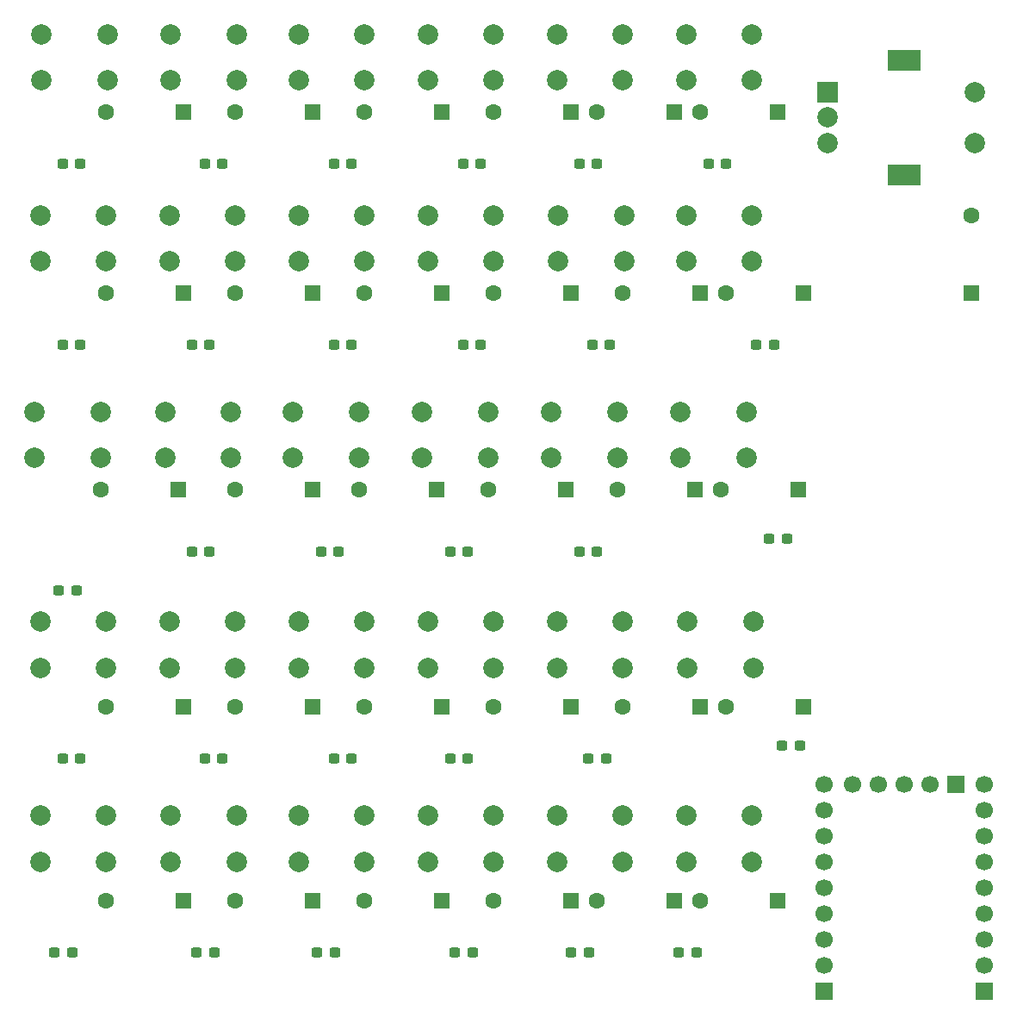
<source format=gbr>
%TF.GenerationSoftware,KiCad,Pcbnew,9.0.7*%
%TF.CreationDate,2026-02-20T03:41:17+09:00*%
%TF.ProjectId,YmmKeyboardMX,596d6d4b-6579-4626-9f61-72644d582e6b,rev?*%
%TF.SameCoordinates,Original*%
%TF.FileFunction,Soldermask,Bot*%
%TF.FilePolarity,Negative*%
%FSLAX46Y46*%
G04 Gerber Fmt 4.6, Leading zero omitted, Abs format (unit mm)*
G04 Created by KiCad (PCBNEW 9.0.7) date 2026-02-20 03:41:17*
%MOMM*%
%LPD*%
G01*
G04 APERTURE LIST*
G04 Aperture macros list*
%AMRoundRect*
0 Rectangle with rounded corners*
0 $1 Rounding radius*
0 $2 $3 $4 $5 $6 $7 $8 $9 X,Y pos of 4 corners*
0 Add a 4 corners polygon primitive as box body*
4,1,4,$2,$3,$4,$5,$6,$7,$8,$9,$2,$3,0*
0 Add four circle primitives for the rounded corners*
1,1,$1+$1,$2,$3*
1,1,$1+$1,$4,$5*
1,1,$1+$1,$6,$7*
1,1,$1+$1,$8,$9*
0 Add four rect primitives between the rounded corners*
20,1,$1+$1,$2,$3,$4,$5,0*
20,1,$1+$1,$4,$5,$6,$7,0*
20,1,$1+$1,$6,$7,$8,$9,0*
20,1,$1+$1,$8,$9,$2,$3,0*%
G04 Aperture macros list end*
%ADD10RoundRect,0.250000X0.550000X0.550000X-0.550000X0.550000X-0.550000X-0.550000X0.550000X-0.550000X0*%
%ADD11C,1.600000*%
%ADD12C,2.000000*%
%ADD13RoundRect,0.250000X0.550000X-0.550000X0.550000X0.550000X-0.550000X0.550000X-0.550000X-0.550000X0*%
%ADD14R,2.000000X2.000000*%
%ADD15R,3.200000X2.000000*%
%ADD16R,1.700000X1.700000*%
%ADD17C,1.700000*%
%ADD18RoundRect,0.237500X0.300000X0.237500X-0.300000X0.237500X-0.300000X-0.237500X0.300000X-0.237500X0*%
G04 APERTURE END LIST*
D10*
%TO.C,D5*%
X185420000Y-35560000D03*
D11*
X177800000Y-35560000D03*
%TD*%
D10*
%TO.C,D19*%
X207720000Y-72680000D03*
D11*
X200100000Y-72680000D03*
%TD*%
D12*
%TO.C,SW18*%
X183440000Y-65060000D03*
X189940000Y-65060000D03*
X183440000Y-69560000D03*
X189940000Y-69560000D03*
%TD*%
D10*
%TO.C,D31*%
X205740000Y-113030000D03*
D11*
X198120000Y-113030000D03*
%TD*%
D12*
%TO.C,SW19*%
X196140000Y-65060000D03*
X202640000Y-65060000D03*
X196140000Y-69560000D03*
X202640000Y-69560000D03*
%TD*%
%TO.C,SW31*%
X196700000Y-104720000D03*
X203200000Y-104720000D03*
X196700000Y-109220000D03*
X203200000Y-109220000D03*
%TD*%
D10*
%TO.C,D3*%
X160020000Y-35560000D03*
D11*
X152400000Y-35560000D03*
%TD*%
D10*
%TO.C,D18*%
X197560000Y-72680000D03*
D11*
X189940000Y-72680000D03*
%TD*%
D10*
%TO.C,D26*%
X147320000Y-113030000D03*
D11*
X139700000Y-113030000D03*
%TD*%
D12*
%TO.C,SW7*%
X196700000Y-27940000D03*
X203200000Y-27940000D03*
X196700000Y-32440000D03*
X203200000Y-32440000D03*
%TD*%
D10*
%TO.C,D6*%
X195580000Y-35560000D03*
D11*
X187960000Y-35560000D03*
%TD*%
D10*
%TO.C,D27*%
X160020000Y-113030000D03*
D11*
X152400000Y-113030000D03*
%TD*%
D10*
%TO.C,D15*%
X160020000Y-72680000D03*
D11*
X152400000Y-72680000D03*
%TD*%
D12*
%TO.C,SW22*%
X158600000Y-85670000D03*
X165100000Y-85670000D03*
X158600000Y-90170000D03*
X165100000Y-90170000D03*
%TD*%
%TO.C,SW29*%
X171300000Y-104720000D03*
X177800000Y-104720000D03*
X171300000Y-109220000D03*
X177800000Y-109220000D03*
%TD*%
D10*
%TO.C,D28*%
X172720000Y-113030000D03*
D11*
X165100000Y-113030000D03*
%TD*%
D12*
%TO.C,SW4*%
X158600000Y-27940000D03*
X165100000Y-27940000D03*
X158600000Y-32440000D03*
X165100000Y-32440000D03*
%TD*%
D10*
%TO.C,D13*%
X208280000Y-53340000D03*
D11*
X200660000Y-53340000D03*
%TD*%
D12*
%TO.C,SW16*%
X158040000Y-65060000D03*
X164540000Y-65060000D03*
X158040000Y-69560000D03*
X164540000Y-69560000D03*
%TD*%
D10*
%TO.C,D8*%
X147320000Y-53340000D03*
D11*
X139700000Y-53340000D03*
%TD*%
D10*
%TO.C,D4*%
X172720000Y-35560000D03*
D11*
X165100000Y-35560000D03*
%TD*%
D10*
%TO.C,D16*%
X172160000Y-72680000D03*
D11*
X164540000Y-72680000D03*
%TD*%
D10*
%TO.C,D11*%
X185420000Y-53340000D03*
D11*
X177800000Y-53340000D03*
%TD*%
D12*
%TO.C,SW27*%
X146050000Y-104720000D03*
X152550000Y-104720000D03*
X146050000Y-109220000D03*
X152550000Y-109220000D03*
%TD*%
%TO.C,SW24*%
X184000000Y-85670000D03*
X190500000Y-85670000D03*
X184000000Y-90170000D03*
X190500000Y-90170000D03*
%TD*%
D10*
%TO.C,D25*%
X208280000Y-93980000D03*
D11*
X200660000Y-93980000D03*
%TD*%
D12*
%TO.C,SW10*%
X158600000Y-45720000D03*
X165100000Y-45720000D03*
X158600000Y-50220000D03*
X165100000Y-50220000D03*
%TD*%
%TO.C,SW8*%
X133200000Y-45720000D03*
X139700000Y-45720000D03*
X133200000Y-50220000D03*
X139700000Y-50220000D03*
%TD*%
%TO.C,SW6*%
X184000000Y-27940000D03*
X190500000Y-27940000D03*
X184000000Y-32440000D03*
X190500000Y-32440000D03*
%TD*%
D10*
%TO.C,D2*%
X147320000Y-35560000D03*
D11*
X139700000Y-35560000D03*
%TD*%
D12*
%TO.C,SW28*%
X158600000Y-104720000D03*
X165100000Y-104720000D03*
X158600000Y-109220000D03*
X165100000Y-109220000D03*
%TD*%
D10*
%TO.C,D9*%
X160020000Y-53340000D03*
D11*
X152400000Y-53340000D03*
%TD*%
D10*
%TO.C,D12*%
X198120000Y-53340000D03*
D11*
X190500000Y-53340000D03*
%TD*%
D12*
%TO.C,SW9*%
X145900000Y-45720000D03*
X152400000Y-45720000D03*
X145900000Y-50220000D03*
X152400000Y-50220000D03*
%TD*%
D10*
%TO.C,D17*%
X184860000Y-72680000D03*
D11*
X177240000Y-72680000D03*
%TD*%
D10*
%TO.C,D29*%
X185420000Y-113030000D03*
D11*
X177800000Y-113030000D03*
%TD*%
D10*
%TO.C,D30*%
X195580000Y-113030000D03*
D11*
X187960000Y-113030000D03*
%TD*%
D13*
%TO.C,D32*%
X224790000Y-53340000D03*
D11*
X224790000Y-45720000D03*
%TD*%
D12*
%TO.C,SW25*%
X196850000Y-85670000D03*
X203350000Y-85670000D03*
X196850000Y-90170000D03*
X203350000Y-90170000D03*
%TD*%
D10*
%TO.C,D22*%
X172720000Y-93980000D03*
D11*
X165100000Y-93980000D03*
%TD*%
D14*
%TO.C,SW32*%
X210640000Y-33640000D03*
D12*
X210640000Y-38640000D03*
X210640000Y-36140000D03*
D15*
X218140000Y-30540000D03*
X218140000Y-41740000D03*
D12*
X225140000Y-38640000D03*
X225140000Y-33640000D03*
%TD*%
%TO.C,SW3*%
X146050000Y-27940000D03*
X152550000Y-27940000D03*
X146050000Y-32440000D03*
X152550000Y-32440000D03*
%TD*%
%TO.C,SW13*%
X196700000Y-45720000D03*
X203200000Y-45720000D03*
X196700000Y-50220000D03*
X203200000Y-50220000D03*
%TD*%
%TO.C,SW14*%
X132640000Y-65060000D03*
X139140000Y-65060000D03*
X132640000Y-69560000D03*
X139140000Y-69560000D03*
%TD*%
%TO.C,SW30*%
X184000000Y-104720000D03*
X190500000Y-104720000D03*
X184000000Y-109220000D03*
X190500000Y-109220000D03*
%TD*%
%TO.C,SW11*%
X171300000Y-45720000D03*
X177800000Y-45720000D03*
X171300000Y-50220000D03*
X177800000Y-50220000D03*
%TD*%
%TO.C,SW12*%
X184150000Y-45720000D03*
X190650000Y-45720000D03*
X184150000Y-50220000D03*
X190650000Y-50220000D03*
%TD*%
%TO.C,SW21*%
X145900000Y-85670000D03*
X152400000Y-85670000D03*
X145900000Y-90170000D03*
X152400000Y-90170000D03*
%TD*%
D10*
%TO.C,D20*%
X147320000Y-93980000D03*
D11*
X139700000Y-93980000D03*
%TD*%
D10*
%TO.C,D21*%
X160020000Y-93980000D03*
D11*
X152400000Y-93980000D03*
%TD*%
D12*
%TO.C,SW17*%
X170740000Y-65060000D03*
X177240000Y-65060000D03*
X170740000Y-69560000D03*
X177240000Y-69560000D03*
%TD*%
D10*
%TO.C,D14*%
X146760000Y-72680000D03*
D11*
X139140000Y-72680000D03*
%TD*%
D12*
%TO.C,SW15*%
X145490000Y-65060000D03*
X151990000Y-65060000D03*
X145490000Y-69560000D03*
X151990000Y-69560000D03*
%TD*%
%TO.C,SW23*%
X171300000Y-85670000D03*
X177800000Y-85670000D03*
X171300000Y-90170000D03*
X177800000Y-90170000D03*
%TD*%
D10*
%TO.C,D24*%
X198120000Y-93980000D03*
D11*
X190500000Y-93980000D03*
%TD*%
D10*
%TO.C,D10*%
X172720000Y-53340000D03*
D11*
X165100000Y-53340000D03*
%TD*%
D12*
%TO.C,SW20*%
X133200000Y-85670000D03*
X139700000Y-85670000D03*
X133200000Y-90170000D03*
X139700000Y-90170000D03*
%TD*%
D10*
%TO.C,D23*%
X185420000Y-93980000D03*
D11*
X177800000Y-93980000D03*
%TD*%
D12*
%TO.C,SW2*%
X133350000Y-27940000D03*
X139850000Y-27940000D03*
X133350000Y-32440000D03*
X139850000Y-32440000D03*
%TD*%
%TO.C,SW26*%
X133200000Y-104720000D03*
X139700000Y-104720000D03*
X133200000Y-109220000D03*
X139700000Y-109220000D03*
%TD*%
D16*
%TO.C,U1*%
X210280000Y-121930000D03*
D17*
X210280000Y-119390000D03*
X210280000Y-116850000D03*
X210280000Y-114310000D03*
X210280000Y-111770000D03*
X210280000Y-109230000D03*
X210280000Y-106690000D03*
X210280000Y-104150000D03*
X210280000Y-101610000D03*
X213110000Y-101620000D03*
X215650000Y-101620000D03*
X218190000Y-101620000D03*
X220730000Y-101620000D03*
D16*
X223270000Y-101620000D03*
D17*
X226060000Y-101600000D03*
X226060000Y-104140000D03*
X226060000Y-106680000D03*
X226060000Y-109220000D03*
X226060000Y-111760000D03*
X226060000Y-114300000D03*
X226060000Y-116840000D03*
X226060000Y-119380000D03*
D16*
X226060000Y-121920000D03*
%TD*%
D12*
%TO.C,SW5*%
X171300000Y-27940000D03*
X177800000Y-27940000D03*
X171300000Y-32440000D03*
X177800000Y-32440000D03*
%TD*%
D18*
%TO.C,C12*%
X205332500Y-58420000D03*
X203607500Y-58420000D03*
%TD*%
%TO.C,C11*%
X189230000Y-58420000D03*
X187505000Y-58420000D03*
%TD*%
%TO.C,C13*%
X136752500Y-82550000D03*
X135027500Y-82550000D03*
%TD*%
%TO.C,C14*%
X149860000Y-78740000D03*
X148135000Y-78740000D03*
%TD*%
%TO.C,C25*%
X136345000Y-118110000D03*
X134620000Y-118110000D03*
%TD*%
%TO.C,C23*%
X188822500Y-99060000D03*
X187097500Y-99060000D03*
%TD*%
%TO.C,C15*%
X162560000Y-78740000D03*
X160835000Y-78740000D03*
%TD*%
%TO.C,C9*%
X163830000Y-58420000D03*
X162105000Y-58420000D03*
%TD*%
%TO.C,C29*%
X187145000Y-118110000D03*
X185420000Y-118110000D03*
%TD*%
%TO.C,C27*%
X162152500Y-118110000D03*
X160427500Y-118110000D03*
%TD*%
%TO.C,C22*%
X175260000Y-99060000D03*
X173535000Y-99060000D03*
%TD*%
%TO.C,C7*%
X137160000Y-58420000D03*
X135435000Y-58420000D03*
%TD*%
%TO.C,C28*%
X175715000Y-118110000D03*
X173990000Y-118110000D03*
%TD*%
%TO.C,C16*%
X175260000Y-78740000D03*
X173535000Y-78740000D03*
%TD*%
%TO.C,C8*%
X149860000Y-58420000D03*
X148135000Y-58420000D03*
%TD*%
%TO.C,C19*%
X137160000Y-99060000D03*
X135435000Y-99060000D03*
%TD*%
%TO.C,C3*%
X163830000Y-40640000D03*
X162105000Y-40640000D03*
%TD*%
%TO.C,C2*%
X151130000Y-40640000D03*
X149405000Y-40640000D03*
%TD*%
%TO.C,C30*%
X197712500Y-118110000D03*
X195987500Y-118110000D03*
%TD*%
%TO.C,C21*%
X163830000Y-99060000D03*
X162105000Y-99060000D03*
%TD*%
%TO.C,C20*%
X151130000Y-99060000D03*
X149405000Y-99060000D03*
%TD*%
%TO.C,C6*%
X200660000Y-40640000D03*
X198935000Y-40640000D03*
%TD*%
%TO.C,C4*%
X176530000Y-40640000D03*
X174805000Y-40640000D03*
%TD*%
%TO.C,C24*%
X207872500Y-97790000D03*
X206147500Y-97790000D03*
%TD*%
%TO.C,C1*%
X137160000Y-40640000D03*
X135435000Y-40640000D03*
%TD*%
%TO.C,C26*%
X150315000Y-118110000D03*
X148590000Y-118110000D03*
%TD*%
%TO.C,C18*%
X206602500Y-77470000D03*
X204877500Y-77470000D03*
%TD*%
%TO.C,C5*%
X187960000Y-40640000D03*
X186235000Y-40640000D03*
%TD*%
%TO.C,C17*%
X187960000Y-78740000D03*
X186235000Y-78740000D03*
%TD*%
%TO.C,C10*%
X176530000Y-58420000D03*
X174805000Y-58420000D03*
%TD*%
D10*
%TO.C,D7*%
X205740000Y-35560000D03*
D11*
X198120000Y-35560000D03*
%TD*%
M02*

</source>
